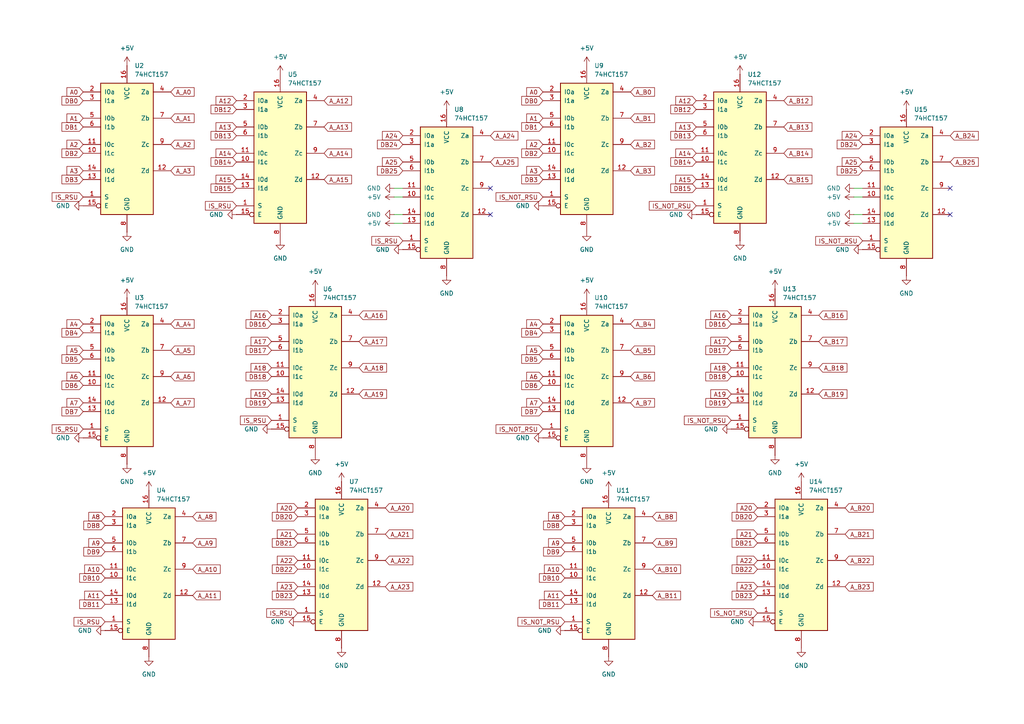
<source format=kicad_sch>
(kicad_sch (version 20250114) (generator "eeschema") (generator_version "9.0")
  (paper "A4")
  (lib_symbols
    (symbol "74xx:74LS157" (pin_names (offset 1.016))
      (property "Reference" "U" (at -7.62 19.05 0))
      (property "Value" "74LS157" (at -7.62 -21.59 0))
      (symbol "74LS157_1_0"
        (pin input line (at -12.7 15.24 0) (length 5.08) (name "I0a") (number "2"))
        (pin input line (at -12.7 12.7 0) (length 5.08) (name "I1a") (number "3"))
        (pin input line (at -12.7 7.62 0) (length 5.08) (name "I0b") (number "5"))
        (pin input line (at -12.7 5.08 0) (length 5.08) (name "I1b") (number "6"))
        (pin input line (at -12.7 0 0) (length 5.08) (name "I0c") (number "11"))
        (pin input line (at -12.7 -2.54 0) (length 5.08) (name "I1c") (number "10"))
        (pin input line (at -12.7 -7.62 0) (length 5.08) (name "I0d") (number "14"))
        (pin input line (at -12.7 -10.16 0) (length 5.08) (name "I1d") (number "13"))
        (pin input line (at -12.7 -15.24 0) (length 5.08) (name "S") (number "1"))
        (pin input inverted (at -12.7 -17.78 0) (length 5.08) (name "E") (number "15"))
        (pin power_in line (at 0 22.86 270) (length 5.08) (name "VCC") (number "16"))
        (pin power_in line (at 0 -25.4 90) (length 5.08) (name "GND") (number "8"))
        (pin output line (at 12.7 15.24 180) (length 5.08) (name "Za") (number "4"))
        (pin output line (at 12.7 7.62 180) (length 5.08) (name "Zb") (number "7"))
        (pin output line (at 12.7 0 180) (length 5.08) (name "Zc") (number "9"))
        (pin output line (at 12.7 -7.62 180) (length 5.08) (name "Zd") (number "12"))
      )
      (symbol "74LS157_1_1"
        (rectangle (start -7.62 17.78) (end 7.62 -20.32) (stroke (width 0.254)) (fill (type background)))
      )
    )
    (symbol "power:+5V" (power) (pin_numbers (hide yes)) (pin_names (offset 0) (hide yes))
      (property "Value" "+5V" (at 0 3.556 0))
      (symbol "+5V_0_1"
        (polyline (pts (xy -0.762 1.27) (xy 0 2.54)))
        (polyline (pts (xy 0 2.54) (xy 0.762 1.27)))
        (polyline (pts (xy 0 0) (xy 0 2.54)))
      )
      (symbol "+5V_1_1"
        (pin power_in line (at 0 0 90) (length 0) (name "~") (number "1"))
      )
    )
    (symbol "power:GND" (power) (pin_numbers (hide yes)) (pin_names (offset 0) (hide yes))
      (property "Value" "GND" (at 0 -3.81 0))
      (symbol "GND_0_1"
        (polyline (pts (xy 0 0) (xy 0 -1.27) (xy 1.27 -1.27) (xy 0 -2.54) (xy -1.27 -1.27) (xy 0 -1.27)))
      )
      (symbol "GND_1_1"
        (pin power_in line (at 0 0 270) (length 0) (name "~") (number "1"))
      )
    )
  )
  (no_connect (at 142.24 62.23))
  (no_connect (at 275.59 62.23))
  (no_connect (at 142.24 54.61))
  (no_connect (at 275.59 54.61))
  (wire (pts (xy 247.65 54.61) (xy 250.19 54.61)))
  (wire (pts (xy 247.65 64.77) (xy 250.19 64.77)))
  (wire (pts (xy 114.3 57.15) (xy 116.84 57.15)))
  (wire (pts (xy 114.3 62.23) (xy 116.84 62.23)))
  (wire (pts (xy 114.3 54.61) (xy 116.84 54.61)))
  (wire (pts (xy 114.3 64.77) (xy 116.84 64.77)))
  (wire (pts (xy 247.65 57.15) (xy 250.19 57.15)))
  (wire (pts (xy 247.65 62.23) (xy 250.19 62.23)))
  (global_label "A6" (shape input) (at 24.13 109.22 180) (property "Intersheetrefs" "${INTERSHEET_REFS}" (effects (hide yes))))
  (global_label "DB4" (shape input) (at 24.13 96.52 180) (property "Intersheetrefs" "${INTERSHEET_REFS}" (effects (hide yes))))
  (global_label "A12" (shape input) (at 68.58 29.21 180) (property "Intersheetrefs" "${INTERSHEET_REFS}" (effects (hide yes))))
  (global_label "DB0" (shape input) (at 24.13 29.21 180) (property "Intersheetrefs" "${INTERSHEET_REFS}" (effects (hide yes))))
  (global_label "A_A3" (shape input) (at 49.53 49.53 0) (property "Intersheetrefs" "${INTERSHEET_REFS}" (effects (hide yes))))
  (global_label "DB9" (shape input) (at 30.48 160.02 180) (property "Intersheetrefs" "${INTERSHEET_REFS}" (effects (hide yes))))
  (global_label "A21" (shape input) (at 86.36 154.94 180) (property "Intersheetrefs" "${INTERSHEET_REFS}" (effects (hide yes))))
  (global_label "A19" (shape input) (at 78.74 114.3 180) (property "Intersheetrefs" "${INTERSHEET_REFS}" (effects (hide yes))))
  (global_label "A0" (shape input) (at 24.13 26.67 180) (property "Intersheetrefs" "${INTERSHEET_REFS}" (effects (hide yes))))
  (global_label "A7" (shape input) (at 24.13 116.84 180) (property "Intersheetrefs" "${INTERSHEET_REFS}" (effects (hide yes))))
  (global_label "DB24" (shape input) (at 250.19 41.91 180) (property "Intersheetrefs" "${INTERSHEET_REFS}" (effects (hide yes))))
  (global_label "A24" (shape input) (at 250.19 39.37 180) (property "Intersheetrefs" "${INTERSHEET_REFS}" (effects (hide yes))))
  (global_label "IS_RSU" (shape input) (at 30.48 180.34 180) (property "Intersheetrefs" "${INTERSHEET_REFS}" (effects (hide yes))))
  (global_label "A2" (shape input) (at 24.13 41.91 180) (property "Intersheetrefs" "${INTERSHEET_REFS}" (effects (hide yes))))
  (global_label "DB17" (shape input) (at 78.74 101.6 180) (property "Intersheetrefs" "${INTERSHEET_REFS}" (effects (hide yes))))
  (global_label "DB13" (shape input) (at 68.58 39.37 180) (property "Intersheetrefs" "${INTERSHEET_REFS}" (effects (hide yes))))
  (global_label "A_B16" (shape input) (at 237.49 91.44 0) (property "Intersheetrefs" "${INTERSHEET_REFS}" (effects (hide yes))))
  (global_label "A_B12" (shape input) (at 227.33 29.21 0) (property "Intersheetrefs" "${INTERSHEET_REFS}" (effects (hide yes))))
  (global_label "A_B24" (shape input) (at 275.59 39.37 0) (property "Intersheetrefs" "${INTERSHEET_REFS}" (effects (hide yes))))
  (global_label "A11" (shape input) (at 30.48 172.72 180) (property "Intersheetrefs" "${INTERSHEET_REFS}" (effects (hide yes))))
  (global_label "A11" (shape input) (at 163.83 172.72 180) (property "Intersheetrefs" "${INTERSHEET_REFS}" (effects (hide yes))))
  (global_label "DB9" (shape input) (at 163.83 160.02 180) (property "Intersheetrefs" "${INTERSHEET_REFS}" (effects (hide yes))))
  (global_label "A17" (shape input) (at 212.09 99.06 180) (property "Intersheetrefs" "${INTERSHEET_REFS}" (effects (hide yes))))
  (global_label "A_A2" (shape input) (at 49.53 41.91 0) (property "Intersheetrefs" "${INTERSHEET_REFS}" (effects (hide yes))))
  (global_label "A_A11" (shape input) (at 55.88 172.72 0) (property "Intersheetrefs" "${INTERSHEET_REFS}" (effects (hide yes))))
  (global_label "A_B4" (shape input) (at 182.88 93.98 0) (property "Intersheetrefs" "${INTERSHEET_REFS}" (effects (hide yes))))
  (global_label "A6" (shape input) (at 157.48 109.22 180) (property "Intersheetrefs" "${INTERSHEET_REFS}" (effects (hide yes))))
  (global_label "DB5" (shape input) (at 157.48 104.14 180) (property "Intersheetrefs" "${INTERSHEET_REFS}" (effects (hide yes))))
  (global_label "A_A12" (shape input) (at 93.98 29.21 0) (property "Intersheetrefs" "${INTERSHEET_REFS}" (effects (hide yes))))
  (global_label "A3" (shape input) (at 157.48 49.53 180) (property "Intersheetrefs" "${INTERSHEET_REFS}" (effects (hide yes))))
  (global_label "A_A7" (shape input) (at 49.53 116.84 0) (property "Intersheetrefs" "${INTERSHEET_REFS}" (effects (hide yes))))
  (global_label "DB3" (shape input) (at 24.13 52.07 180) (property "Intersheetrefs" "${INTERSHEET_REFS}" (effects (hide yes))))
  (global_label "DB8" (shape input) (at 30.48 152.4 180) (property "Intersheetrefs" "${INTERSHEET_REFS}" (effects (hide yes))))
  (global_label "A_B22" (shape input) (at 245.11 162.56 0) (property "Intersheetrefs" "${INTERSHEET_REFS}" (effects (hide yes))))
  (global_label "A_B9" (shape input) (at 189.23 157.48 0) (property "Intersheetrefs" "${INTERSHEET_REFS}" (effects (hide yes))))
  (global_label "A1" (shape input) (at 157.48 34.29 180) (property "Intersheetrefs" "${INTERSHEET_REFS}" (effects (hide yes))))
  (global_label "A_A0" (shape input) (at 49.53 26.67 0) (property "Intersheetrefs" "${INTERSHEET_REFS}" (effects (hide yes))))
  (global_label "DB8" (shape input) (at 163.83 152.4 180) (property "Intersheetrefs" "${INTERSHEET_REFS}" (effects (hide yes))))
  (global_label "DB4" (shape input) (at 157.48 96.52 180) (property "Intersheetrefs" "${INTERSHEET_REFS}" (effects (hide yes))))
  (global_label "A3" (shape input) (at 24.13 49.53 180) (property "Intersheetrefs" "${INTERSHEET_REFS}" (effects (hide yes))))
  (global_label "A_B23" (shape input) (at 245.11 170.18 0) (property "Intersheetrefs" "${INTERSHEET_REFS}" (effects (hide yes))))
  (global_label "A_B3" (shape input) (at 182.88 49.53 0) (property "Intersheetrefs" "${INTERSHEET_REFS}" (effects (hide yes))))
  (global_label "IS_NOT_RSU" (shape input) (at 201.93 59.69 180) (property "Intersheetrefs" "${INTERSHEET_REFS}" (effects (hide yes))))
  (global_label "DB22" (shape input) (at 219.71 165.1 180) (property "Intersheetrefs" "${INTERSHEET_REFS}" (effects (hide yes))))
  (global_label "IS_NOT_RSU" (shape input) (at 157.48 57.15 180) (property "Intersheetrefs" "${INTERSHEET_REFS}" (effects (hide yes))))
  (global_label "DB14" (shape input) (at 68.58 46.99 180) (property "Intersheetrefs" "${INTERSHEET_REFS}" (effects (hide yes))))
  (global_label "A_B13" (shape input) (at 227.33 36.83 0) (property "Intersheetrefs" "${INTERSHEET_REFS}" (effects (hide yes))))
  (global_label "A_A24" (shape input) (at 142.24 39.37 0) (property "Intersheetrefs" "${INTERSHEET_REFS}" (effects (hide yes))))
  (global_label "A8" (shape input) (at 30.48 149.86 180) (property "Intersheetrefs" "${INTERSHEET_REFS}" (effects (hide yes))))
  (global_label "DB12" (shape input) (at 68.58 31.75 180) (property "Intersheetrefs" "${INTERSHEET_REFS}" (effects (hide yes))))
  (global_label "DB11" (shape input) (at 30.48 175.26 180) (property "Intersheetrefs" "${INTERSHEET_REFS}" (effects (hide yes))))
  (global_label "A20" (shape input) (at 219.71 147.32 180) (property "Intersheetrefs" "${INTERSHEET_REFS}" (effects (hide yes))))
  (global_label "IS_RSU" (shape input) (at 86.36 177.8 180) (property "Intersheetrefs" "${INTERSHEET_REFS}" (effects (hide yes))))
  (global_label "A_A17" (shape input) (at 104.14 99.06 0) (property "Intersheetrefs" "${INTERSHEET_REFS}" (effects (hide yes))))
  (global_label "A5" (shape input) (at 24.13 101.6 180) (property "Intersheetrefs" "${INTERSHEET_REFS}" (effects (hide yes))))
  (global_label "A10" (shape input) (at 163.83 165.1 180) (property "Intersheetrefs" "${INTERSHEET_REFS}" (effects (hide yes))))
  (global_label "DB1" (shape input) (at 24.13 36.83 180) (property "Intersheetrefs" "${INTERSHEET_REFS}" (effects (hide yes))))
  (global_label "A_B2" (shape input) (at 182.88 41.91 0) (property "Intersheetrefs" "${INTERSHEET_REFS}" (effects (hide yes))))
  (global_label "A_B19" (shape input) (at 237.49 114.3 0) (property "Intersheetrefs" "${INTERSHEET_REFS}" (effects (hide yes))))
  (global_label "DB15" (shape input) (at 201.93 54.61 180) (property "Intersheetrefs" "${INTERSHEET_REFS}" (effects (hide yes))))
  (global_label "IS_RSU" (shape input) (at 68.58 59.69 180) (property "Intersheetrefs" "${INTERSHEET_REFS}" (effects (hide yes))))
  (global_label "A_A9" (shape input) (at 55.88 157.48 0) (property "Intersheetrefs" "${INTERSHEET_REFS}" (effects (hide yes))))
  (global_label "A23" (shape input) (at 219.71 170.18 180) (property "Intersheetrefs" "${INTERSHEET_REFS}" (effects (hide yes))))
  (global_label "DB2" (shape input) (at 24.13 44.45 180) (property "Intersheetrefs" "${INTERSHEET_REFS}" (effects (hide yes))))
  (global_label "DB15" (shape input) (at 68.58 54.61 180) (property "Intersheetrefs" "${INTERSHEET_REFS}" (effects (hide yes))))
  (global_label "DB16" (shape input) (at 78.74 93.98 180) (property "Intersheetrefs" "${INTERSHEET_REFS}" (effects (hide yes))))
  (global_label "A_A22" (shape input) (at 111.76 162.56 0) (property "Intersheetrefs" "${INTERSHEET_REFS}" (effects (hide yes))))
  (global_label "A_A5" (shape input) (at 49.53 101.6 0) (property "Intersheetrefs" "${INTERSHEET_REFS}" (effects (hide yes))))
  (global_label "DB21" (shape input) (at 86.36 157.48 180) (property "Intersheetrefs" "${INTERSHEET_REFS}" (effects (hide yes))))
  (global_label "DB12" (shape input) (at 201.93 31.75 180) (property "Intersheetrefs" "${INTERSHEET_REFS}" (effects (hide yes))))
  (global_label "IS_RSU" (shape input) (at 78.74 121.92 180) (property "Intersheetrefs" "${INTERSHEET_REFS}" (effects (hide yes))))
  (global_label "DB10" (shape input) (at 30.48 167.64 180) (property "Intersheetrefs" "${INTERSHEET_REFS}" (effects (hide yes))))
  (global_label "IS_NOT_RSU" (shape input) (at 212.09 121.92 180) (property "Intersheetrefs" "${INTERSHEET_REFS}" (effects (hide yes))))
  (global_label "A23" (shape input) (at 86.36 170.18 180) (property "Intersheetrefs" "${INTERSHEET_REFS}" (effects (hide yes))))
  (global_label "A7" (shape input) (at 157.48 116.84 180) (property "Intersheetrefs" "${INTERSHEET_REFS}" (effects (hide yes))))
  (global_label "A15" (shape input) (at 68.58 52.07 180) (property "Intersheetrefs" "${INTERSHEET_REFS}" (effects (hide yes))))
  (global_label "A_A20" (shape input) (at 111.76 147.32 0) (property "Intersheetrefs" "${INTERSHEET_REFS}" (effects (hide yes))))
  (global_label "A_A23" (shape input) (at 111.76 170.18 0) (property "Intersheetrefs" "${INTERSHEET_REFS}" (effects (hide yes))))
  (global_label "A15" (shape input) (at 201.93 52.07 180) (property "Intersheetrefs" "${INTERSHEET_REFS}" (effects (hide yes))))
  (global_label "DB6" (shape input) (at 24.13 111.76 180) (property "Intersheetrefs" "${INTERSHEET_REFS}" (effects (hide yes))))
  (global_label "DB21" (shape input) (at 219.71 157.48 180) (property "Intersheetrefs" "${INTERSHEET_REFS}" (effects (hide yes))))
  (global_label "A_B21" (shape input) (at 245.11 154.94 0) (property "Intersheetrefs" "${INTERSHEET_REFS}" (effects (hide yes))))
  (global_label "A_B14" (shape input) (at 227.33 44.45 0) (property "Intersheetrefs" "${INTERSHEET_REFS}" (effects (hide yes))))
  (global_label "DB16" (shape input) (at 212.09 93.98 180) (property "Intersheetrefs" "${INTERSHEET_REFS}" (effects (hide yes))))
  (global_label "DB23" (shape input) (at 86.36 172.72 180) (property "Intersheetrefs" "${INTERSHEET_REFS}" (effects (hide yes))))
  (global_label "A_A14" (shape input) (at 93.98 44.45 0) (property "Intersheetrefs" "${INTERSHEET_REFS}" (effects (hide yes))))
  (global_label "A18" (shape input) (at 212.09 106.68 180) (property "Intersheetrefs" "${INTERSHEET_REFS}" (effects (hide yes))))
  (global_label "A9" (shape input) (at 30.48 157.48 180) (property "Intersheetrefs" "${INTERSHEET_REFS}" (effects (hide yes))))
  (global_label "DB2" (shape input) (at 157.48 44.45 180) (property "Intersheetrefs" "${INTERSHEET_REFS}" (effects (hide yes))))
  (global_label "A5" (shape input) (at 157.48 101.6 180) (property "Intersheetrefs" "${INTERSHEET_REFS}" (effects (hide yes))))
  (global_label "DB18" (shape input) (at 212.09 109.22 180) (property "Intersheetrefs" "${INTERSHEET_REFS}" (effects (hide yes))))
  (global_label "DB19" (shape input) (at 212.09 116.84 180) (property "Intersheetrefs" "${INTERSHEET_REFS}" (effects (hide yes))))
  (global_label "A22" (shape input) (at 219.71 162.56 180) (property "Intersheetrefs" "${INTERSHEET_REFS}" (effects (hide yes))))
  (global_label "IS_RSU" (shape input) (at 24.13 57.15 180) (property "Intersheetrefs" "${INTERSHEET_REFS}" (effects (hide yes))))
  (global_label "DB19" (shape input) (at 78.74 116.84 180) (property "Intersheetrefs" "${INTERSHEET_REFS}" (effects (hide yes))))
  (global_label "A0" (shape input) (at 157.48 26.67 180) (property "Intersheetrefs" "${INTERSHEET_REFS}" (effects (hide yes))))
  (global_label "A_B6" (shape input) (at 182.88 109.22 0) (property "Intersheetrefs" "${INTERSHEET_REFS}" (effects (hide yes))))
  (global_label "A17" (shape input) (at 78.74 99.06 180) (property "Intersheetrefs" "${INTERSHEET_REFS}" (effects (hide yes))))
  (global_label "DB22" (shape input) (at 86.36 165.1 180) (property "Intersheetrefs" "${INTERSHEET_REFS}" (effects (hide yes))))
  (global_label "DB25" (shape input) (at 250.19 49.53 180) (property "Intersheetrefs" "${INTERSHEET_REFS}" (effects (hide yes))))
  (global_label "A4" (shape input) (at 24.13 93.98 180) (property "Intersheetrefs" "${INTERSHEET_REFS}" (effects (hide yes))))
  (global_label "A_B8" (shape input) (at 189.23 149.86 0) (property "Intersheetrefs" "${INTERSHEET_REFS}" (effects (hide yes))))
  (global_label "A4" (shape input) (at 157.48 93.98 180) (property "Intersheetrefs" "${INTERSHEET_REFS}" (effects (hide yes))))
  (global_label "A25" (shape input) (at 250.19 46.99 180) (property "Intersheetrefs" "${INTERSHEET_REFS}" (effects (hide yes))))
  (global_label "A1" (shape input) (at 24.13 34.29 180) (property "Intersheetrefs" "${INTERSHEET_REFS}" (effects (hide yes))))
  (global_label "A_B25" (shape input) (at 275.59 46.99 0) (property "Intersheetrefs" "${INTERSHEET_REFS}" (effects (hide yes))))
  (global_label "DB11" (shape input) (at 163.83 175.26 180) (property "Intersheetrefs" "${INTERSHEET_REFS}" (effects (hide yes))))
  (global_label "A_A16" (shape input) (at 104.14 91.44 0) (property "Intersheetrefs" "${INTERSHEET_REFS}" (effects (hide yes))))
  (global_label "A_B17" (shape input) (at 237.49 99.06 0) (property "Intersheetrefs" "${INTERSHEET_REFS}" (effects (hide yes))))
  (global_label "DB23" (shape input) (at 219.71 172.72 180) (property "Intersheetrefs" "${INTERSHEET_REFS}" (effects (hide yes))))
  (global_label "DB10" (shape input) (at 163.83 167.64 180) (property "Intersheetrefs" "${INTERSHEET_REFS}" (effects (hide yes))))
  (global_label "A_A10" (shape input) (at 55.88 165.1 0) (property "Intersheetrefs" "${INTERSHEET_REFS}" (effects (hide yes))))
  (global_label "IS_NOT_RSU" (shape input) (at 163.83 180.34 180) (property "Intersheetrefs" "${INTERSHEET_REFS}" (effects (hide yes))))
  (global_label "DB18" (shape input) (at 78.74 109.22 180) (property "Intersheetrefs" "${INTERSHEET_REFS}" (effects (hide yes))))
  (global_label "A_A4" (shape input) (at 49.53 93.98 0) (property "Intersheetrefs" "${INTERSHEET_REFS}" (effects (hide yes))))
  (global_label "DB20" (shape input) (at 86.36 149.86 180) (property "Intersheetrefs" "${INTERSHEET_REFS}" (effects (hide yes))))
  (global_label "DB5" (shape input) (at 24.13 104.14 180) (property "Intersheetrefs" "${INTERSHEET_REFS}" (effects (hide yes))))
  (global_label "A18" (shape input) (at 78.74 106.68 180) (property "Intersheetrefs" "${INTERSHEET_REFS}" (effects (hide yes))))
  (global_label "A20" (shape input) (at 86.36 147.32 180) (property "Intersheetrefs" "${INTERSHEET_REFS}" (effects (hide yes))))
  (global_label "A_A21" (shape input) (at 111.76 154.94 0) (property "Intersheetrefs" "${INTERSHEET_REFS}" (effects (hide yes))))
  (global_label "A_B18" (shape input) (at 237.49 106.68 0) (property "Intersheetrefs" "${INTERSHEET_REFS}" (effects (hide yes))))
  (global_label "DB7" (shape input) (at 24.13 119.38 180) (property "Intersheetrefs" "${INTERSHEET_REFS}" (effects (hide yes))))
  (global_label "DB17" (shape input) (at 212.09 101.6 180) (property "Intersheetrefs" "${INTERSHEET_REFS}" (effects (hide yes))))
  (global_label "DB13" (shape input) (at 201.93 39.37 180) (property "Intersheetrefs" "${INTERSHEET_REFS}" (effects (hide yes))))
  (global_label "IS_NOT_RSU" (shape input) (at 157.48 124.46 180) (property "Intersheetrefs" "${INTERSHEET_REFS}" (effects (hide yes))))
  (global_label "IS_RSU" (shape input) (at 24.13 124.46 180) (property "Intersheetrefs" "${INTERSHEET_REFS}" (effects (hide yes))))
  (global_label "DB7" (shape input) (at 157.48 119.38 180) (property "Intersheetrefs" "${INTERSHEET_REFS}" (effects (hide yes))))
  (global_label "A8" (shape input) (at 163.83 149.86 180) (property "Intersheetrefs" "${INTERSHEET_REFS}" (effects (hide yes))))
  (global_label "A10" (shape input) (at 30.48 165.1 180) (property "Intersheetrefs" "${INTERSHEET_REFS}" (effects (hide yes))))
  (global_label "A_B20" (shape input) (at 245.11 147.32 0) (property "Intersheetrefs" "${INTERSHEET_REFS}" (effects (hide yes))))
  (global_label "A_B5" (shape input) (at 182.88 101.6 0) (property "Intersheetrefs" "${INTERSHEET_REFS}" (effects (hide yes))))
  (global_label "A_A1" (shape input) (at 49.53 34.29 0) (property "Intersheetrefs" "${INTERSHEET_REFS}" (effects (hide yes))))
  (global_label "A_A8" (shape input) (at 55.88 149.86 0) (property "Intersheetrefs" "${INTERSHEET_REFS}" (effects (hide yes))))
  (global_label "A_A15" (shape input) (at 93.98 52.07 0) (property "Intersheetrefs" "${INTERSHEET_REFS}" (effects (hide yes))))
  (global_label "A21" (shape input) (at 219.71 154.94 180) (property "Intersheetrefs" "${INTERSHEET_REFS}" (effects (hide yes))))
  (global_label "A13" (shape input) (at 68.58 36.83 180) (property "Intersheetrefs" "${INTERSHEET_REFS}" (effects (hide yes))))
  (global_label "A14" (shape input) (at 68.58 44.45 180) (property "Intersheetrefs" "${INTERSHEET_REFS}" (effects (hide yes))))
  (global_label "A_A18" (shape input) (at 104.14 106.68 0) (property "Intersheetrefs" "${INTERSHEET_REFS}" (effects (hide yes))))
  (global_label "A_A13" (shape input) (at 93.98 36.83 0) (property "Intersheetrefs" "${INTERSHEET_REFS}" (effects (hide yes))))
  (global_label "A24" (shape input) (at 116.84 39.37 180) (property "Intersheetrefs" "${INTERSHEET_REFS}" (effects (hide yes))))
  (global_label "A14" (shape input) (at 201.93 44.45 180) (property "Intersheetrefs" "${INTERSHEET_REFS}" (effects (hide yes))))
  (global_label "A19" (shape input) (at 212.09 114.3 180) (property "Intersheetrefs" "${INTERSHEET_REFS}" (effects (hide yes))))
  (global_label "DB3" (shape input) (at 157.48 52.07 180) (property "Intersheetrefs" "${INTERSHEET_REFS}" (effects (hide yes))))
  (global_label "A_B11" (shape input) (at 189.23 172.72 0) (property "Intersheetrefs" "${INTERSHEET_REFS}" (effects (hide yes))))
  (global_label "IS_NOT_RSU" (shape input) (at 219.71 177.8 180) (property "Intersheetrefs" "${INTERSHEET_REFS}" (effects (hide yes))))
  (global_label "A_A6" (shape input) (at 49.53 109.22 0) (property "Intersheetrefs" "${INTERSHEET_REFS}" (effects (hide yes))))
  (global_label "DB20" (shape input) (at 219.71 149.86 180) (property "Intersheetrefs" "${INTERSHEET_REFS}" (effects (hide yes))))
  (global_label "A22" (shape input) (at 86.36 162.56 180) (property "Intersheetrefs" "${INTERSHEET_REFS}" (effects (hide yes))))
  (global_label "A_B10" (shape input) (at 189.23 165.1 0) (property "Intersheetrefs" "${INTERSHEET_REFS}" (effects (hide yes))))
  (global_label "DB14" (shape input) (at 201.93 46.99 180) (property "Intersheetrefs" "${INTERSHEET_REFS}" (effects (hide yes))))
  (global_label "A_B1" (shape input) (at 182.88 34.29 0) (property "Intersheetrefs" "${INTERSHEET_REFS}" (effects (hide yes))))
  (global_label "A12" (shape input) (at 201.93 29.21 180) (property "Intersheetrefs" "${INTERSHEET_REFS}" (effects (hide yes))))
  (global_label "DB6" (shape input) (at 157.48 111.76 180) (property "Intersheetrefs" "${INTERSHEET_REFS}" (effects (hide yes))))
  (global_label "A_A25" (shape input) (at 142.24 46.99 0) (property "Intersheetrefs" "${INTERSHEET_REFS}" (effects (hide yes))))
  (global_label "A16" (shape input) (at 212.09 91.44 180) (property "Intersheetrefs" "${INTERSHEET_REFS}" (effects (hide yes))))
  (global_label "A16" (shape input) (at 78.74 91.44 180) (property "Intersheetrefs" "${INTERSHEET_REFS}" (effects (hide yes))))
  (global_label "A13" (shape input) (at 201.93 36.83 180) (property "Intersheetrefs" "${INTERSHEET_REFS}" (effects (hide yes))))
  (global_label "DB24" (shape input) (at 116.84 41.91 180) (property "Intersheetrefs" "${INTERSHEET_REFS}" (effects (hide yes))))
  (global_label "IS_NOT_RSU" (shape input) (at 250.19 69.85 180) (property "Intersheetrefs" "${INTERSHEET_REFS}" (effects (hide yes))))
  (global_label "DB25" (shape input) (at 116.84 49.53 180) (property "Intersheetrefs" "${INTERSHEET_REFS}" (effects (hide yes))))
  (global_label "A_A19" (shape input) (at 104.14 114.3 0) (property "Intersheetrefs" "${INTERSHEET_REFS}" (effects (hide yes))))
  (global_label "A9" (shape input) (at 163.83 157.48 180) (property "Intersheetrefs" "${INTERSHEET_REFS}" (effects (hide yes))))
  (global_label "DB0" (shape input) (at 157.48 29.21 180) (property "Intersheetrefs" "${INTERSHEET_REFS}" (effects (hide yes))))
  (global_label "IS_RSU" (shape input) (at 116.84 69.85 180) (property "Intersheetrefs" "${INTERSHEET_REFS}" (effects (hide yes))))
  (global_label "DB1" (shape input) (at 157.48 36.83 180) (property "Intersheetrefs" "${INTERSHEET_REFS}" (effects (hide yes))))
  (global_label "A_B7" (shape input) (at 182.88 116.84 0) (property "Intersheetrefs" "${INTERSHEET_REFS}" (effects (hide yes))))
  (global_label "A_B0" (shape input) (at 182.88 26.67 0) (property "Intersheetrefs" "${INTERSHEET_REFS}" (effects (hide yes))))
  (global_label "A25" (shape input) (at 116.84 46.99 180) (property "Intersheetrefs" "${INTERSHEET_REFS}" (effects (hide yes))))
  (global_label "A_B15" (shape input) (at 227.33 52.07 0) (property "Intersheetrefs" "${INTERSHEET_REFS}" (effects (hide yes))))
  (global_label "A2" (shape input) (at 157.48 41.91 180) (property "Intersheetrefs" "${INTERSHEET_REFS}" (effects (hide yes))))
  (symbol (lib_id "power:GND") (at 43.18 190.5 0) (unit 1)
    (property "Reference" "#PWR014" (effects (hide yes)))
    (property "Value" "GND" (at 43.18 195.58 0))
    (property "Description" "Power symbol creates a global label with name \"GND\" , ground" (effects (hide yes)))
  )
  (symbol (lib_id "power:+5V") (at 114.3 57.15 90) (unit 1)
    (property "Reference" "#PWR029" (effects (hide yes)))
    (property "Value" "+5V" (at 110.49 57.1499 90) (effects (justify left)))
    (property "Description" "Power symbol creates a global label with name \"+5V\"" (effects (hide yes)))
  )
  (symbol (lib_id "power:+5V") (at 262.89 31.75 0) (unit 1)
    (property "Reference" "#PWR052" (effects (hide yes)))
    (property "Value" "+5V" (at 262.89 26.67 0))
    (property "Description" "Power symbol creates a global label with name \"+5V\"" (effects (hide yes)))
  )
  (symbol (lib_id "power:GND") (at 68.58 62.23 270) (unit 1)
    (property "Reference" "#PWR015" (effects (hide yes)))
    (property "Value" "GND" (at 64.77 62.2299 90) (effects (justify right)))
    (property "Description" "Power symbol creates a global label with name \"GND\" , ground" (effects (hide yes)))
  )
  (symbol (lib_id "74xx:74LS157") (at 129.54 54.61 0) (unit 1)
    (property "Reference" "U8" (at 131.7341 31.75 0) (effects (justify left)))
    (property "Value" "74HCT157" (at 131.7341 34.29 0) (effects (justify left)))
    (property "Footprint" "Package_SO:SO-16_3.9x9.9mm_P1.27mm" (effects (hide yes)))
    (property "Datasheet" "http://www.ti.com/lit/gpn/sn74LS157" (effects (hide yes)))
    (property "Description" "Quad 2 to 1 line Multiplexer" (effects (hide yes)))
    (property "VerilogCode" "ttl_74hct157 U8({I1d, I0d}, {I1c, I0c}, {I1b, I0b}, {I1a, I0a}, S, E, {Zd, Zc, Zb, Za});" (effects (hide yes)))
  )
  (symbol (lib_id "74xx:74LS157") (at 170.18 109.22 0) (unit 1)
    (property "Reference" "U10" (at 172.3741 86.36 0) (effects (justify left)))
    (property "Value" "74HCT157" (at 172.3741 88.9 0) (effects (justify left)))
    (property "Footprint" "Package_SO:SO-16_3.9x9.9mm_P1.27mm" (effects (hide yes)))
    (property "Datasheet" "http://www.ti.com/lit/gpn/sn74LS157" (effects (hide yes)))
    (property "Description" "Quad 2 to 1 line Multiplexer" (effects (hide yes)))
    (property "VerilogCode" "ttl_74hct157 U10({I1d, I0d}, {I1c, I0c}, {I1b, I0b}, {I1a, I0a}, S, E, {Zd, Zc, Zb, Za});" (effects (hide yes)))
  )
  (symbol (lib_id "power:GND") (at 214.63 69.85 0) (unit 1)
    (property "Reference" "#PWR042" (effects (hide yes)))
    (property "Value" "GND" (at 214.63 74.93 0))
    (property "Description" "Power symbol creates a global label with name \"GND\" , ground" (effects (hide yes)))
  )
  (symbol (lib_id "power:GND") (at 219.71 180.34 270) (unit 1)
    (property "Reference" "#PWR043" (effects (hide yes)))
    (property "Value" "GND" (at 215.9 180.3399 90) (effects (justify right)))
    (property "Description" "Power symbol creates a global label with name \"GND\" , ground" (effects (hide yes)))
  )
  (symbol (lib_id "74xx:74LS157") (at 91.44 106.68 0) (unit 1)
    (property "Reference" "U6" (at 93.6341 83.82 0) (effects (justify left)))
    (property "Value" "74HCT157" (at 93.6341 86.36 0) (effects (justify left)))
    (property "Footprint" "Package_SO:SO-16_3.9x9.9mm_P1.27mm" (effects (hide yes)))
    (property "Datasheet" "http://www.ti.com/lit/gpn/sn74LS157" (effects (hide yes)))
    (property "Description" "Quad 2 to 1 line Multiplexer" (effects (hide yes)))
    (property "VerilogCode" "ttl_74hct157 U6({I1d, I0d}, {I1c, I0c}, {I1b, I0b}, {I1a, I0a}, S, E, {Zd, Zc, Zb, Za});" (effects (hide yes)))
  )
  (symbol (lib_id "power:GND") (at 36.83 67.31 0) (unit 1)
    (property "Reference" "#PWR06" (effects (hide yes)))
    (property "Value" "GND" (at 36.83 72.39 0))
    (property "Description" "Power symbol creates a global label with name \"GND\" , ground" (effects (hide yes)))
  )
  (symbol (lib_id "74xx:74LS157") (at 176.53 165.1 0) (unit 1)
    (property "Reference" "U11" (at 178.7241 142.24 0) (effects (justify left)))
    (property "Value" "74HCT157" (at 178.7241 144.78 0) (effects (justify left)))
    (property "Footprint" "Package_SO:SO-16_3.9x9.9mm_P1.27mm" (effects (hide yes)))
    (property "Datasheet" "http://www.ti.com/lit/gpn/sn74LS157" (effects (hide yes)))
    (property "Description" "Quad 2 to 1 line Multiplexer" (effects (hide yes)))
    (property "VerilogCode" "ttl_74hct157 U11({I1d, I0d}, {I1c, I0c}, {I1b, I0b}, {I1a, I0a}, S, E, {Zd, Zc, Zb, Za});" (effects (hide yes)))
  )
  (symbol (lib_id "74xx:74LS157") (at 36.83 41.91 0) (unit 1)
    (property "Reference" "U2" (at 39.0241 19.05 0) (effects (justify left)))
    (property "Value" "74HCT157" (at 39.0241 21.59 0) (effects (justify left)))
    (property "Footprint" "Package_SO:SO-16_3.9x9.9mm_P1.27mm" (effects (hide yes)))
    (property "Datasheet" "http://www.ti.com/lit/gpn/sn74LS157" (effects (hide yes)))
    (property "Description" "Quad 2 to 1 line Multiplexer" (effects (hide yes)))
    (property "VerilogCode" "ttl_74hct157 U2({I1d, I0d}, {I1c, I0c}, {I1b, I0b}, {I1a, I0a}, S, E, {Zd, Zc, Zb, Za});" (effects (hide yes)))
  )
  (symbol (lib_id "power:+5V") (at 232.41 139.7 0) (unit 1)
    (property "Reference" "#PWR046" (effects (hide yes)))
    (property "Value" "+5V" (at 232.41 134.62 0))
    (property "Description" "Power symbol creates a global label with name \"+5V\"" (effects (hide yes)))
  )
  (symbol (lib_id "power:GND") (at 201.93 62.23 270) (unit 1)
    (property "Reference" "#PWR039" (effects (hide yes)))
    (property "Value" "GND" (at 198.12 62.2299 90) (effects (justify right)))
    (property "Description" "Power symbol creates a global label with name \"GND\" , ground" (effects (hide yes)))
  )
  (symbol (lib_id "74xx:74LS157") (at 43.18 165.1 0) (unit 1)
    (property "Reference" "U4" (at 45.3741 142.24 0) (effects (justify left)))
    (property "Value" "74HCT157" (at 45.3741 144.78 0) (effects (justify left)))
    (property "Footprint" "Package_SO:SO-16_3.9x9.9mm_P1.27mm" (effects (hide yes)))
    (property "Datasheet" "http://www.ti.com/lit/gpn/sn74LS157" (effects (hide yes)))
    (property "Description" "Quad 2 to 1 line Multiplexer" (effects (hide yes)))
    (property "VerilogCode" "ttl_74hct157 U4({I1d, I0d}, {I1c, I0c}, {I1b, I0b}, {I1a, I0a}, S, E, {Zd, Zc, Zb, Za});" (effects (hide yes)))
  )
  (symbol (lib_id "74xx:74LS157") (at 99.06 162.56 0) (unit 1)
    (property "Reference" "U7" (at 101.2541 139.7 0) (effects (justify left)))
    (property "Value" "74HCT157" (at 101.2541 142.24 0) (effects (justify left)))
    (property "Footprint" "Package_SO:SO-16_3.9x9.9mm_P1.27mm" (effects (hide yes)))
    (property "Datasheet" "http://www.ti.com/lit/gpn/sn74LS157" (effects (hide yes)))
    (property "Description" "Quad 2 to 1 line Multiplexer" (effects (hide yes)))
    (property "VerilogCode" "ttl_74hct157 U7({I1d, I0d}, {I1c, I0c}, {I1b, I0b}, {I1a, I0a}, S, E, {Zd, Zc, Zb, Za});" (effects (hide yes)))
  )
  (symbol (lib_id "74xx:74LS157") (at 224.79 106.68 0) (unit 1)
    (property "Reference" "U13" (at 226.9841 83.82 0) (effects (justify left)))
    (property "Value" "74HCT157" (at 226.9841 86.36 0) (effects (justify left)))
    (property "Footprint" "Package_SO:SO-16_3.9x9.9mm_P1.27mm" (effects (hide yes)))
    (property "Datasheet" "http://www.ti.com/lit/gpn/sn74LS157" (effects (hide yes)))
    (property "Description" "Quad 2 to 1 line Multiplexer" (effects (hide yes)))
    (property "VerilogCode" "ttl_74hct157 U13({I1d, I0d}, {I1c, I0c}, {I1b, I0b}, {I1a, I0a}, S, E, {Zd, Zc, Zb, Za});" (effects (hide yes)))
  )
  (symbol (lib_id "power:GND") (at 81.28 69.85 0) (unit 1)
    (property "Reference" "#PWR017" (effects (hide yes)))
    (property "Value" "GND" (at 81.28 74.93 0))
    (property "Description" "Power symbol creates a global label with name \"GND\" , ground" (effects (hide yes)))
  )
  (symbol (lib_id "power:GND") (at 30.48 182.88 270) (unit 1)
    (property "Reference" "#PWR012" (effects (hide yes)))
    (property "Value" "GND" (at 26.67 182.8799 90) (effects (justify right)))
    (property "Description" "Power symbol creates a global label with name \"GND\" , ground" (effects (hide yes)))
  )
  (symbol (lib_id "power:GND") (at 86.36 180.34 270) (unit 1)
    (property "Reference" "#PWR021" (effects (hide yes)))
    (property "Value" "GND" (at 82.55 180.3399 90) (effects (justify right)))
    (property "Description" "Power symbol creates a global label with name \"GND\" , ground" (effects (hide yes)))
  )
  (symbol (lib_id "power:GND") (at 24.13 127 270) (unit 1)
    (property "Reference" "#PWR010" (effects (hide yes)))
    (property "Value" "GND" (at 20.32 126.9999 90) (effects (justify right)))
    (property "Description" "Power symbol creates a global label with name \"GND\" , ground" (effects (hide yes)))
  )
  (symbol (lib_id "power:GND") (at 91.44 132.08 0) (unit 1)
    (property "Reference" "#PWR020" (effects (hide yes)))
    (property "Value" "GND" (at 91.44 137.16 0))
    (property "Description" "Power symbol creates a global label with name \"GND\" , ground" (effects (hide yes)))
  )
  (symbol (lib_id "power:GND") (at 250.19 72.39 270) (unit 1)
    (property "Reference" "#PWR051" (effects (hide yes)))
    (property "Value" "GND" (at 246.38 72.3899 90) (effects (justify right)))
    (property "Description" "Power symbol creates a global label with name \"GND\" , ground" (effects (hide yes)))
  )
  (symbol (lib_id "power:GND") (at 157.48 127 270) (unit 1)
    (property "Reference" "#PWR032" (effects (hide yes)))
    (property "Value" "GND" (at 153.67 126.9999 90) (effects (justify right)))
    (property "Description" "Power symbol creates a global label with name \"GND\" , ground" (effects (hide yes)))
  )
  (symbol (lib_id "power:GND") (at 176.53 190.5 0) (unit 1)
    (property "Reference" "#PWR055" (effects (hide yes)))
    (property "Value" "GND" (at 176.53 195.58 0))
    (property "Description" "Power symbol creates a global label with name \"GND\" , ground" (effects (hide yes)))
  )
  (symbol (lib_id "power:+5V") (at 91.44 83.82 0) (unit 1)
    (property "Reference" "#PWR019" (effects (hide yes)))
    (property "Value" "+5V" (at 91.44 78.74 0))
    (property "Description" "Power symbol creates a global label with name \"+5V\"" (effects (hide yes)))
  )
  (symbol (lib_id "power:+5V") (at 36.83 19.05 0) (unit 1)
    (property "Reference" "#PWR05" (effects (hide yes)))
    (property "Value" "+5V" (at 36.83 13.97 0))
    (property "Description" "Power symbol creates a global label with name \"+5V\"" (effects (hide yes)))
  )
  (symbol (lib_id "power:+5V") (at 247.65 57.15 90) (unit 1)
    (property "Reference" "#PWR048" (effects (hide yes)))
    (property "Value" "+5V" (at 243.84 57.1499 90) (effects (justify left)))
    (property "Description" "Power symbol creates a global label with name \"+5V\"" (effects (hide yes)))
  )
  (symbol (lib_id "power:+5V") (at 170.18 86.36 0) (unit 1)
    (property "Reference" "#PWR036" (effects (hide yes)))
    (property "Value" "+5V" (at 170.18 81.28 0))
    (property "Description" "Power symbol creates a global label with name \"+5V\"" (effects (hide yes)))
  )
  (symbol (lib_id "power:+5V") (at 170.18 19.05 0) (unit 1)
    (property "Reference" "#PWR034" (effects (hide yes)))
    (property "Value" "+5V" (at 170.18 13.97 0))
    (property "Description" "Power symbol creates a global label with name \"+5V\"" (effects (hide yes)))
  )
  (symbol (lib_id "74xx:74LS157") (at 214.63 44.45 0) (unit 1)
    (property "Reference" "U12" (at 216.8241 21.59 0) (effects (justify left)))
    (property "Value" "74HCT157" (at 216.8241 24.13 0) (effects (justify left)))
    (property "Footprint" "Package_SO:SO-16_3.9x9.9mm_P1.27mm" (effects (hide yes)))
    (property "Datasheet" "http://www.ti.com/lit/gpn/sn74LS157" (effects (hide yes)))
    (property "Description" "Quad 2 to 1 line Multiplexer" (effects (hide yes)))
    (property "VerilogCode" "ttl_74hct157 U12({I1d, I0d}, {I1c, I0c}, {I1b, I0b}, {I1a, I0a}, S, E, {Zd, Zc, Zb, Za});" (effects (hide yes)))
  )
  (symbol (lib_id "power:GND") (at 247.65 62.23 270) (unit 1)
    (property "Reference" "#PWR049" (effects (hide yes)))
    (property "Value" "GND" (at 243.84 62.2299 90) (effects (justify right)))
    (property "Description" "Power symbol creates a global label with name \"GND\" , ground" (effects (hide yes)))
  )
  (symbol (lib_id "power:+5V") (at 36.83 86.36 0) (unit 1)
    (property "Reference" "#PWR08" (effects (hide yes)))
    (property "Value" "+5V" (at 36.83 81.28 0))
    (property "Description" "Power symbol creates a global label with name \"+5V\"" (effects (hide yes)))
  )
  (symbol (lib_id "power:+5V") (at 81.28 21.59 0) (unit 1)
    (property "Reference" "#PWR016" (effects (hide yes)))
    (property "Value" "+5V" (at 81.28 16.51 0))
    (property "Description" "Power symbol creates a global label with name \"+5V\"" (effects (hide yes)))
  )
  (symbol (lib_id "power:GND") (at 170.18 67.31 0) (unit 1)
    (property "Reference" "#PWR035" (effects (hide yes)))
    (property "Value" "GND" (at 170.18 72.39 0))
    (property "Description" "Power symbol creates a global label with name \"GND\" , ground" (effects (hide yes)))
  )
  (symbol (lib_id "power:GND") (at 163.83 182.88 270) (unit 1)
    (property "Reference" "#PWR033" (effects (hide yes)))
    (property "Value" "GND" (at 160.02 182.8799 90) (effects (justify right)))
    (property "Description" "Power symbol creates a global label with name \"GND\" , ground" (effects (hide yes)))
  )
  (symbol (lib_id "power:+5V") (at 214.63 21.59 0) (unit 1)
    (property "Reference" "#PWR041" (effects (hide yes)))
    (property "Value" "+5V" (at 214.63 16.51 0))
    (property "Description" "Power symbol creates a global label with name \"+5V\"" (effects (hide yes)))
  )
  (symbol (lib_id "power:+5V") (at 114.3 64.77 90) (unit 1)
    (property "Reference" "#PWR030" (effects (hide yes)))
    (property "Value" "+5V" (at 110.49 64.7699 90) (effects (justify left)))
    (property "Description" "Power symbol creates a global label with name \"+5V\"" (effects (hide yes)))
  )
  (symbol (lib_id "power:GND") (at 224.79 132.08 0) (unit 1)
    (property "Reference" "#PWR045" (effects (hide yes)))
    (property "Value" "GND" (at 224.79 137.16 0))
    (property "Description" "Power symbol creates a global label with name \"GND\" , ground" (effects (hide yes)))
  )
  (symbol (lib_id "power:GND") (at 170.18 134.62 0) (unit 1)
    (property "Reference" "#PWR037" (effects (hide yes)))
    (property "Value" "GND" (at 170.18 139.7 0))
    (property "Description" "Power symbol creates a global label with name \"GND\" , ground" (effects (hide yes)))
  )
  (symbol (lib_id "power:GND") (at 157.48 59.69 270) (unit 1)
    (property "Reference" "#PWR031" (effects (hide yes)))
    (property "Value" "GND" (at 153.67 59.6899 90) (effects (justify right)))
    (property "Description" "Power symbol creates a global label with name \"GND\" , ground" (effects (hide yes)))
  )
  (symbol (lib_id "power:GND") (at 114.3 54.61 270) (unit 1)
    (property "Reference" "#PWR027" (effects (hide yes)))
    (property "Value" "GND" (at 110.49 54.6099 90) (effects (justify right)))
    (property "Description" "Power symbol creates a global label with name \"GND\" , ground" (effects (hide yes)))
  )
  (symbol (lib_id "power:GND") (at 116.84 72.39 270) (unit 1)
    (property "Reference" "#PWR024" (effects (hide yes)))
    (property "Value" "GND" (at 113.03 72.3899 90) (effects (justify right)))
    (property "Description" "Power symbol creates a global label with name \"GND\" , ground" (effects (hide yes)))
  )
  (symbol (lib_id "power:+5V") (at 176.53 142.24 0) (unit 1)
    (property "Reference" "#PWR038" (effects (hide yes)))
    (property "Value" "+5V" (at 176.53 137.16 0))
    (property "Description" "Power symbol creates a global label with name \"+5V\"" (effects (hide yes)))
  )
  (symbol (lib_id "74xx:74LS157") (at 170.18 41.91 0) (unit 1)
    (property "Reference" "U9" (at 172.3741 19.05 0) (effects (justify left)))
    (property "Value" "74HCT157" (at 172.3741 21.59 0) (effects (justify left)))
    (property "Footprint" "Package_SO:SO-16_3.9x9.9mm_P1.27mm" (effects (hide yes)))
    (property "Datasheet" "http://www.ti.com/lit/gpn/sn74LS157" (effects (hide yes)))
    (property "Description" "Quad 2 to 1 line Multiplexer" (effects (hide yes)))
    (property "VerilogCode" "ttl_74hct157 U9({I1d, I0d}, {I1c, I0c}, {I1b, I0b}, {I1a, I0a}, S, E, {Zd, Zc, Zb, Za});" (effects (hide yes)))
  )
  (symbol (lib_id "power:+5V") (at 99.06 139.7 0) (unit 1)
    (property "Reference" "#PWR022" (effects (hide yes)))
    (property "Value" "+5V" (at 99.06 134.62 0))
    (property "Description" "Power symbol creates a global label with name \"+5V\"" (effects (hide yes)))
  )
  (symbol (lib_id "power:+5V") (at 224.79 83.82 0) (unit 1)
    (property "Reference" "#PWR044" (effects (hide yes)))
    (property "Value" "+5V" (at 224.79 78.74 0))
    (property "Description" "Power symbol creates a global label with name \"+5V\"" (effects (hide yes)))
  )
  (symbol (lib_id "power:+5V") (at 129.54 31.75 0) (unit 1)
    (property "Reference" "#PWR025" (effects (hide yes)))
    (property "Value" "+5V" (at 129.54 26.67 0))
    (property "Description" "Power symbol creates a global label with name \"+5V\"" (effects (hide yes)))
  )
  (symbol (lib_id "power:+5V") (at 43.18 142.24 0) (unit 1)
    (property "Reference" "#PWR013" (effects (hide yes)))
    (property "Value" "+5V" (at 43.18 137.16 0))
    (property "Description" "Power symbol creates a global label with name \"+5V\"" (effects (hide yes)))
  )
  (symbol (lib_id "power:GND") (at 262.89 80.01 0) (unit 1)
    (property "Reference" "#PWR053" (effects (hide yes)))
    (property "Value" "GND" (at 262.89 85.09 0))
    (property "Description" "Power symbol creates a global label with name \"GND\" , ground" (effects (hide yes)))
  )
  (symbol (lib_id "power:GND") (at 247.65 54.61 270) (unit 1)
    (property "Reference" "#PWR047" (effects (hide yes)))
    (property "Value" "GND" (at 243.84 54.6099 90) (effects (justify right)))
    (property "Description" "Power symbol creates a global label with name \"GND\" , ground" (effects (hide yes)))
  )
  (symbol (lib_id "power:GND") (at 129.54 80.01 0) (unit 1)
    (property "Reference" "#PWR026" (effects (hide yes)))
    (property "Value" "GND" (at 129.54 85.09 0))
    (property "Description" "Power symbol creates a global label with name \"GND\" , ground" (effects (hide yes)))
  )
  (symbol (lib_id "power:GND") (at 212.09 124.46 270) (unit 1)
    (property "Reference" "#PWR040" (effects (hide yes)))
    (property "Value" "GND" (at 208.28 124.4599 90) (effects (justify right)))
    (property "Description" "Power symbol creates a global label with name \"GND\" , ground" (effects (hide yes)))
  )
  (symbol (lib_id "74xx:74LS157") (at 262.89 54.61 0) (unit 1)
    (property "Reference" "U15" (at 265.0841 31.75 0) (effects (justify left)))
    (property "Value" "74HCT157" (at 265.0841 34.29 0) (effects (justify left)))
    (property "Footprint" "Package_SO:SO-16_3.9x9.9mm_P1.27mm" (effects (hide yes)))
    (property "Datasheet" "http://www.ti.com/lit/gpn/sn74LS157" (effects (hide yes)))
    (property "Description" "Quad 2 to 1 line Multiplexer" (effects (hide yes)))
    (property "VerilogCode" "ttl_74hct157 U15({I1d, I0d}, {I1c, I0c}, {I1b, I0b}, {I1a, I0a}, S, E, {Zd, Zc, Zb, Za});" (effects (hide yes)))
  )
  (symbol (lib_id "74xx:74LS157") (at 36.83 109.22 0) (unit 1)
    (property "Reference" "U3" (at 39.0241 86.36 0) (effects (justify left)))
    (property "Value" "74HCT157" (at 39.0241 88.9 0) (effects (justify left)))
    (property "Footprint" "Package_SO:SO-16_3.9x9.9mm_P1.27mm" (effects (hide yes)))
    (property "Datasheet" "http://www.ti.com/lit/gpn/sn74LS157" (effects (hide yes)))
    (property "Description" "Quad 2 to 1 line Multiplexer" (effects (hide yes)))
    (property "VerilogCode" "ttl_74hct157 U3({I1d, I0d}, {I1c, I0c}, {I1b, I0b}, {I1a, I0a}, S, E, {Zd, Zc, Zb, Za});" (effects (hide yes)))
  )
  (symbol (lib_id "power:+5V") (at 247.65 64.77 90) (unit 1)
    (property "Reference" "#PWR050" (effects (hide yes)))
    (property "Value" "+5V" (at 243.84 64.7699 90) (effects (justify left)))
    (property "Description" "Power symbol creates a global label with name \"+5V\"" (effects (hide yes)))
  )
  (symbol (lib_id "power:GND") (at 114.3 62.23 270) (unit 1)
    (property "Reference" "#PWR028" (effects (hide yes)))
    (property "Value" "GND" (at 110.49 62.2299 90) (effects (justify right)))
    (property "Description" "Power symbol creates a global label with name \"GND\" , ground" (effects (hide yes)))
  )
  (symbol (lib_id "power:GND") (at 78.74 124.46 270) (unit 1)
    (property "Reference" "#PWR018" (effects (hide yes)))
    (property "Value" "GND" (at 74.93 124.4599 90) (effects (justify right)))
    (property "Description" "Power symbol creates a global label with name \"GND\" , ground" (effects (hide yes)))
  )
  (symbol (lib_id "74xx:74LS157") (at 232.41 162.56 0) (unit 1)
    (property "Reference" "U14" (at 234.6041 139.7 0) (effects (justify left)))
    (property "Value" "74HCT157" (at 234.6041 142.24 0) (effects (justify left)))
    (property "Footprint" "Package_SO:SO-16_3.9x9.9mm_P1.27mm" (effects (hide yes)))
    (property "Datasheet" "http://www.ti.com/lit/gpn/sn74LS157" (effects (hide yes)))
    (property "Description" "Quad 2 to 1 line Multiplexer" (effects (hide yes)))
    (property "VerilogCode" "ttl_74hct157 U14({I1d, I0d}, {I1c, I0c}, {I1b, I0b}, {I1a, I0a}, S, E, {Zd, Zc, Zb, Za});" (effects (hide yes)))
  )
  (symbol (lib_id "power:GND") (at 36.83 134.62 0) (unit 1)
    (property "Reference" "#PWR09" (effects (hide yes)))
    (property "Value" "GND" (at 36.83 139.7 0))
    (property "Description" "Power symbol creates a global label with name \"GND\" , ground" (effects (hide yes)))
  )
  (symbol (lib_id "74xx:74LS157") (at 81.28 44.45 0) (unit 1)
    (property "Reference" "U5" (at 83.4741 21.59 0) (effects (justify left)))
    (property "Value" "74HCT157" (at 83.4741 24.13 0) (effects (justify left)))
    (property "Footprint" "Package_SO:SO-16_3.9x9.9mm_P1.27mm" (effects (hide yes)))
    (property "Datasheet" "http://www.ti.com/lit/gpn/sn74LS157" (effects (hide yes)))
    (property "Description" "Quad 2 to 1 line Multiplexer" (effects (hide yes)))
    (property "VerilogCode" "ttl_74hct157 U5({I1d, I0d}, {I1c, I0c}, {I1b, I0b}, {I1a, I0a}, S, E, {Zd, Zc, Zb, Za});" (effects (hide yes)))
  )
  (symbol (lib_id "power:GND") (at 24.13 59.69 270) (unit 1)
    (property "Reference" "#PWR07" (effects (hide yes)))
    (property "Value" "GND" (at 20.32 59.6899 90) (effects (justify right)))
    (property "Description" "Power symbol creates a global label with name \"GND\" , ground" (effects (hide yes)))
  )
  (symbol (lib_id "power:GND") (at 99.06 187.96 0) (unit 1)
    (property "Reference" "#PWR023" (effects (hide yes)))
    (property "Value" "GND" (at 99.06 193.04 0))
    (property "Description" "Power symbol creates a global label with name \"GND\" , ground" (effects (hide yes)))
  )
  (symbol (lib_id "power:GND") (at 232.41 187.96 0) (unit 1)
    (property "Reference" "#PWR054" (effects (hide yes)))
    (property "Value" "GND" (at 232.41 193.04 0))
    (property "Description" "Power symbol creates a global label with name \"GND\" , ground" (effects (hide yes)))
  )
)
</source>
